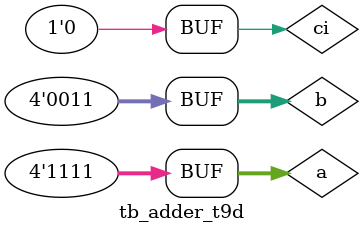
<source format=sv>
module tb_adder_t9d;
  logic[3:0] sum, a, b;
  logic ci,co;
  
  
  adder_t9d U1(co, sum, a, b, ci);
  
  initial begin
   a=0;
   b=0;
    ci=0;
    #15 a=4'hA;
    #2 b=3;
    #2 a=2;
    #2 a=15;
    
    
  end

endmodule

</source>
